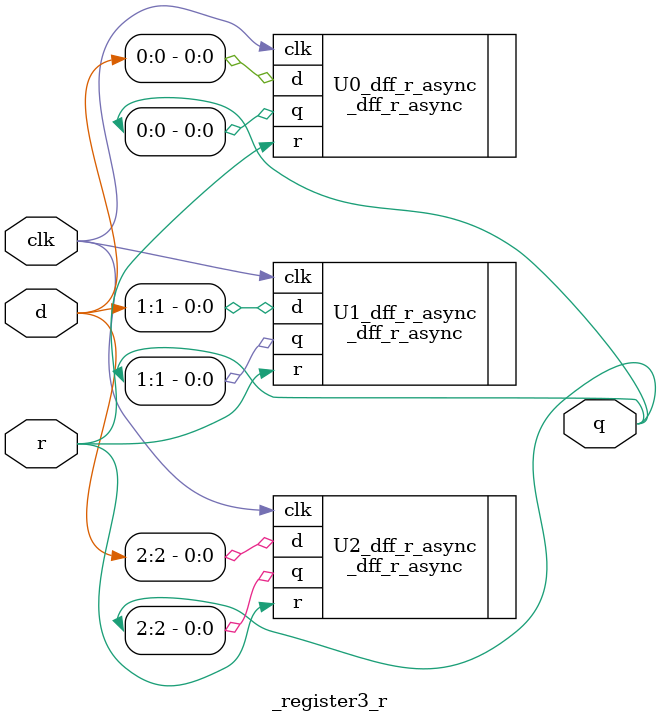
<source format=v>
module _register3_r(clk,r,d,q); // 3 bit register
	input clk, r; // reset: active-low
	input [2:0] d;	//Current state
	output [2:0] q; //Next state
	
	_dff_r_async U0_dff_r_async(.d(d[0]),.clk(clk),.r(r),.q(q[0]));
	_dff_r_async U1_dff_r_async(.d(d[1]),.clk(clk),.r(r),.q(q[1]));
	_dff_r_async U2_dff_r_async(.d(d[2]),.clk(clk),.r(r),.q(q[2]));
endmodule
</source>
